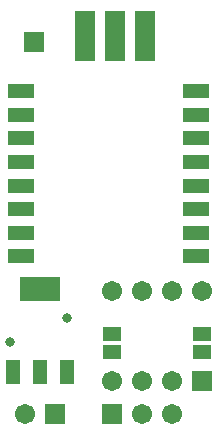
<source format=gts>
G04 Layer_Color=8388736*
%FSLAX25Y25*%
%MOIN*%
G70*
G01*
G75*
%ADD27R,0.06784X0.16784*%
%ADD28R,0.08500X0.05000*%
%ADD29R,0.06312X0.05131*%
%ADD30R,0.13792X0.07887*%
%ADD31R,0.04737X0.07887*%
%ADD32C,0.06706*%
%ADD33R,0.06706X0.06706*%
%ADD34R,0.06706X0.06706*%
%ADD35C,0.03200*%
D27*
X53000Y135945D02*
D03*
X33000D02*
D03*
X43000D02*
D03*
D28*
X70134Y62400D02*
D03*
Y70300D02*
D03*
Y78100D02*
D03*
Y86000D02*
D03*
Y93937D02*
D03*
Y101811D02*
D03*
Y109685D02*
D03*
Y117559D02*
D03*
X11800D02*
D03*
Y109685D02*
D03*
Y101811D02*
D03*
Y93937D02*
D03*
Y86000D02*
D03*
Y78100D02*
D03*
Y70300D02*
D03*
Y62400D02*
D03*
D29*
X72000Y30547D02*
D03*
Y36453D02*
D03*
X42000Y30547D02*
D03*
Y36453D02*
D03*
D30*
X18055Y51559D02*
D03*
D31*
X9000Y24000D02*
D03*
X27110D02*
D03*
X18055D02*
D03*
D32*
X13000Y10000D02*
D03*
X42000Y51000D02*
D03*
X52000D02*
D03*
X62000D02*
D03*
X72000D02*
D03*
X42000Y21000D02*
D03*
X52000D02*
D03*
X62000D02*
D03*
Y10000D02*
D03*
X52000D02*
D03*
D33*
X23000Y10000D02*
D03*
X42000Y10000D02*
D03*
X16000Y134000D02*
D03*
D34*
X72000Y21000D02*
D03*
D35*
X8000Y34000D02*
D03*
X27000Y42000D02*
D03*
M02*

</source>
